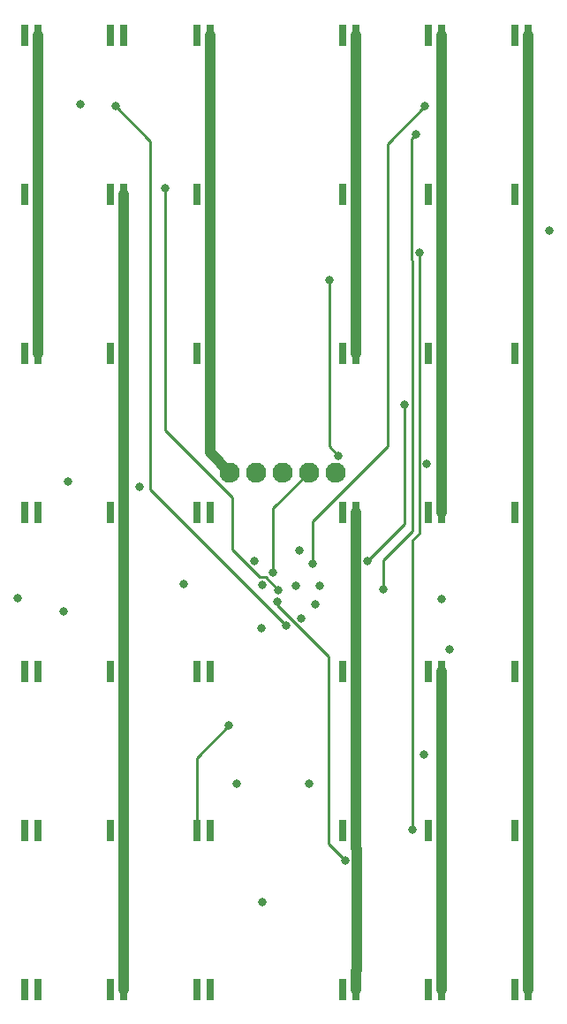
<source format=gbr>
G04 #@! TF.GenerationSoftware,KiCad,Pcbnew,(5.1.5)-3*
G04 #@! TF.CreationDate,2020-03-07T08:42:06-06:00*
G04 #@! TF.ProjectId,DSKY_alarm,44534b59-5f61-46c6-9172-6d2e6b696361,4*
G04 #@! TF.SameCoordinates,Original*
G04 #@! TF.FileFunction,Copper,L3,Inr*
G04 #@! TF.FilePolarity,Positive*
%FSLAX46Y46*%
G04 Gerber Fmt 4.6, Leading zero omitted, Abs format (unit mm)*
G04 Created by KiCad (PCBNEW (5.1.5)-3) date 2020-03-07 08:42:06*
%MOMM*%
%LPD*%
G04 APERTURE LIST*
%ADD10R,0.800000X2.000000*%
%ADD11C,1.930400*%
%ADD12C,0.800000*%
%ADD13C,0.250000*%
%ADD14C,1.041400*%
G04 APERTURE END LIST*
D10*
X85090000Y-144780000D03*
X86360000Y-144780000D03*
X93345000Y-144780000D03*
X94615000Y-144780000D03*
X101600000Y-144780000D03*
X102870000Y-144780000D03*
X85090000Y-129540000D03*
X86360000Y-129540000D03*
X93345000Y-129540000D03*
X94615000Y-129540000D03*
X101600000Y-129540000D03*
X102870000Y-129540000D03*
X85090000Y-114300000D03*
X86360000Y-114300000D03*
X93345000Y-114300000D03*
X94615000Y-114300000D03*
X101600000Y-114300000D03*
X102870000Y-114300000D03*
X85090000Y-99060000D03*
X86360000Y-99060000D03*
X93345000Y-99060000D03*
X94615000Y-99060000D03*
X101600000Y-99060000D03*
X102870000Y-99060000D03*
X85090000Y-83820000D03*
X86360000Y-83820000D03*
X93345000Y-83820000D03*
X94615000Y-83820000D03*
X101600000Y-83820000D03*
X102870000Y-83820000D03*
X85090000Y-68580000D03*
X86360000Y-68580000D03*
X93345000Y-68580000D03*
X94615000Y-68580000D03*
X101600000Y-68580000D03*
X102870000Y-68580000D03*
X115570000Y-144780000D03*
X116840000Y-144780000D03*
X123825000Y-144780000D03*
X125095000Y-144780000D03*
X132080000Y-144780000D03*
X133350000Y-144780000D03*
X115570000Y-129540000D03*
X116840000Y-129540000D03*
X123825000Y-129540000D03*
X125095000Y-129540000D03*
X132080000Y-129540000D03*
X133350000Y-129540000D03*
X115570000Y-114300000D03*
X116840000Y-114300000D03*
X123825000Y-114300000D03*
X125095000Y-114300000D03*
X132080000Y-114300000D03*
X133350000Y-114300000D03*
X115570000Y-99060000D03*
X116840000Y-99060000D03*
X123825000Y-99060000D03*
X125095000Y-99060000D03*
X132080000Y-99060000D03*
X133350000Y-99060000D03*
X115570000Y-83820000D03*
X116840000Y-83820000D03*
X123825000Y-83820000D03*
X125095000Y-83820000D03*
X132080000Y-83820000D03*
X133350000Y-83820000D03*
X115570000Y-68580000D03*
X116840000Y-68580000D03*
X123825000Y-68580000D03*
X125095000Y-68580000D03*
X132080000Y-68580000D03*
X133350000Y-68580000D03*
X85090000Y-53340000D03*
X86360000Y-53340000D03*
X93345000Y-53340000D03*
X94615000Y-53340000D03*
X101600000Y-53340000D03*
X102870000Y-53340000D03*
X115570000Y-53340000D03*
X116840000Y-53340000D03*
X123825000Y-53340000D03*
X125095000Y-53340000D03*
X132080000Y-53340000D03*
X133350000Y-53340000D03*
D11*
X114935000Y-95250000D03*
X112395000Y-95250000D03*
X109855000Y-95250000D03*
X107315000Y-95250000D03*
X104775000Y-95250000D03*
D12*
X96132300Y-96672400D03*
X105410000Y-125095000D03*
X112395000Y-125095000D03*
X107920000Y-136434900D03*
X122300000Y-129507600D03*
X122944100Y-74211700D03*
X89305900Y-96167000D03*
X115204100Y-93673700D03*
X114298500Y-76801100D03*
X135435100Y-72098900D03*
X125117300Y-107419100D03*
X111635700Y-109261300D03*
X84455000Y-107317500D03*
X113399500Y-106100800D03*
X112982300Y-107867200D03*
X88887100Y-108611900D03*
X100330000Y-105933800D03*
X107160700Y-103737200D03*
X108950600Y-104834500D03*
X93827500Y-60151400D03*
X110223100Y-109953900D03*
X115827800Y-132419200D03*
X109319300Y-107659100D03*
X123362400Y-122324700D03*
X107863100Y-110220300D03*
X107899700Y-106038300D03*
X125882500Y-112243000D03*
X98591800Y-68010400D03*
X109468400Y-106558200D03*
X123672500Y-94445500D03*
X111453100Y-102701000D03*
X121560100Y-88775200D03*
X117974300Y-103786800D03*
X111152300Y-106080500D03*
X119527500Y-106423500D03*
X122596600Y-62865000D03*
X112773600Y-104018300D03*
X123524400Y-60175300D03*
X90460300Y-59993800D03*
X104668900Y-119525900D03*
D13*
X122300000Y-129507600D02*
X122300000Y-101740500D01*
X122300000Y-101740500D02*
X122944100Y-101096400D01*
X122944100Y-101096400D02*
X122944100Y-74211700D01*
X114298500Y-76801100D02*
X114298500Y-92768100D01*
X114298500Y-92768100D02*
X115204100Y-93673700D01*
X112395000Y-95250000D02*
X108950700Y-98694300D01*
X108950700Y-98694300D02*
X108950700Y-104834500D01*
X108950700Y-104834500D02*
X108950600Y-104834500D01*
X93827500Y-60151400D02*
X97185100Y-63509000D01*
X97185100Y-63509000D02*
X97185100Y-96915900D01*
X97185100Y-96915900D02*
X110223100Y-109953900D01*
X109319300Y-107659100D02*
X109319300Y-107970600D01*
X109319300Y-107970600D02*
X114274000Y-112925300D01*
X114274000Y-112925300D02*
X114274000Y-130865400D01*
X114274000Y-130865400D02*
X115827800Y-132419200D01*
X109468400Y-106558200D02*
X108223200Y-105313000D01*
X108223200Y-105313000D02*
X107647800Y-105313000D01*
X107647800Y-105313000D02*
X105015400Y-102680600D01*
X105015400Y-102680600D02*
X105015400Y-97679000D01*
X105015400Y-97679000D02*
X98591800Y-91255400D01*
X98591800Y-91255400D02*
X98591800Y-68010400D01*
X121560100Y-88775200D02*
X121560100Y-100201000D01*
X121560100Y-100201000D02*
X117974300Y-103786800D01*
X119527500Y-106423500D02*
X119527500Y-103650800D01*
X119527500Y-103650800D02*
X122300000Y-100878300D01*
X122300000Y-100878300D02*
X122300000Y-74987900D01*
X122300000Y-74987900D02*
X122198700Y-74886600D01*
X122198700Y-74886600D02*
X122198700Y-63262900D01*
X122198700Y-63262900D02*
X122596600Y-62865000D01*
X123524400Y-60175300D02*
X119949400Y-63750300D01*
X119949400Y-63750300D02*
X119949400Y-92737700D01*
X119949400Y-92737700D02*
X112773600Y-99913500D01*
X112773600Y-99913500D02*
X112773600Y-104018300D01*
X101600000Y-129540000D02*
X101600000Y-122594800D01*
X101600000Y-122594800D02*
X104668900Y-119525900D01*
D14*
X116840000Y-129540000D02*
X116840000Y-131261000D01*
X116840000Y-144780000D02*
X116840000Y-143059000D01*
X116840000Y-143059000D02*
X116948800Y-142950200D01*
X116948800Y-142950200D02*
X116948800Y-131369800D01*
X116948800Y-131369800D02*
X116840000Y-131261000D01*
X116840000Y-68580000D02*
X116840000Y-82099000D01*
X94615000Y-129540000D02*
X94615000Y-144780000D01*
X94615000Y-114300000D02*
X94615000Y-129540000D01*
X94615000Y-99060000D02*
X94615000Y-114300000D01*
X94615000Y-83820000D02*
X94615000Y-99060000D01*
X86360000Y-83820000D02*
X86360000Y-68580000D01*
X94615000Y-68580000D02*
X94615000Y-83820000D01*
X102870000Y-83820000D02*
X102870000Y-93345000D01*
X102870000Y-93345000D02*
X104775000Y-95250000D01*
X102870000Y-68580000D02*
X102870000Y-83820000D01*
X102870000Y-53340000D02*
X102870000Y-68580000D01*
X86360000Y-53340000D02*
X86360000Y-68580000D01*
X116840000Y-114300000D02*
X116840000Y-129540000D01*
X125095000Y-129540000D02*
X125095000Y-144780000D01*
X125095000Y-114300000D02*
X125095000Y-129540000D01*
X133350000Y-129540000D02*
X133350000Y-144780000D01*
X133350000Y-114300000D02*
X133350000Y-129540000D01*
X116840000Y-99060000D02*
X116840000Y-114300000D01*
X133350000Y-99060000D02*
X133350000Y-114300000D01*
X133350000Y-83820000D02*
X133350000Y-99060000D01*
X125095000Y-83820000D02*
X125095000Y-99060000D01*
X125095000Y-68580000D02*
X125095000Y-83820000D01*
X133350000Y-68580000D02*
X133350000Y-83820000D01*
X116840000Y-83820000D02*
X116840000Y-82099000D01*
X116840000Y-55061000D02*
X116840000Y-68580000D01*
X125095000Y-53340000D02*
X125095000Y-68580000D01*
X133350000Y-53340000D02*
X133350000Y-68580000D01*
X116840000Y-53340000D02*
X116840000Y-55061000D01*
M02*

</source>
